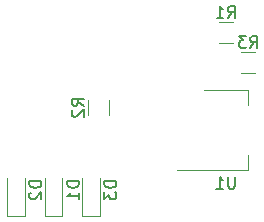
<source format=gbr>
G04 #@! TF.FileFunction,Legend,Bot*
%FSLAX46Y46*%
G04 Gerber Fmt 4.6, Leading zero omitted, Abs format (unit mm)*
G04 Created by KiCad (PCBNEW 4.0.6-e0-6349~52~ubuntu16.10.1) date Mon Nov  6 09:48:41 2017*
%MOMM*%
%LPD*%
G01*
G04 APERTURE LIST*
%ADD10C,0.100000*%
%ADD11C,0.120000*%
%ADD12C,0.150000*%
G04 APERTURE END LIST*
D10*
D11*
X144785000Y-103905000D02*
X144785000Y-105165000D01*
X144785000Y-110725000D02*
X144785000Y-109465000D01*
X141025000Y-103905000D02*
X144785000Y-103905000D01*
X138775000Y-110725000D02*
X144785000Y-110725000D01*
X142275000Y-99940000D02*
X143475000Y-99940000D01*
X143475000Y-98180000D02*
X142275000Y-98180000D01*
X132960000Y-106010000D02*
X132960000Y-104810000D01*
X131200000Y-104810000D02*
X131200000Y-106010000D01*
X144180000Y-102480000D02*
X145380000Y-102480000D01*
X145380000Y-100720000D02*
X144180000Y-100720000D01*
X127520000Y-111395000D02*
X127520000Y-114595000D01*
X129020000Y-114595000D02*
X129020000Y-111395000D01*
X129020000Y-114595000D02*
X127520000Y-114595000D01*
X124345000Y-111395000D02*
X124345000Y-114595000D01*
X125845000Y-114595000D02*
X125845000Y-111395000D01*
X125845000Y-114595000D02*
X124345000Y-114595000D01*
X130695000Y-111395000D02*
X130695000Y-114595000D01*
X132195000Y-114595000D02*
X132195000Y-111395000D01*
X132195000Y-114595000D02*
X130695000Y-114595000D01*
D12*
X143636905Y-111267381D02*
X143636905Y-112076905D01*
X143589286Y-112172143D01*
X143541667Y-112219762D01*
X143446429Y-112267381D01*
X143255952Y-112267381D01*
X143160714Y-112219762D01*
X143113095Y-112172143D01*
X143065476Y-112076905D01*
X143065476Y-111267381D01*
X142065476Y-112267381D02*
X142636905Y-112267381D01*
X142351191Y-112267381D02*
X142351191Y-111267381D01*
X142446429Y-111410238D01*
X142541667Y-111505476D01*
X142636905Y-111553095D01*
X143041666Y-97812381D02*
X143375000Y-97336190D01*
X143613095Y-97812381D02*
X143613095Y-96812381D01*
X143232142Y-96812381D01*
X143136904Y-96860000D01*
X143089285Y-96907619D01*
X143041666Y-97002857D01*
X143041666Y-97145714D01*
X143089285Y-97240952D01*
X143136904Y-97288571D01*
X143232142Y-97336190D01*
X143613095Y-97336190D01*
X142089285Y-97812381D02*
X142660714Y-97812381D01*
X142375000Y-97812381D02*
X142375000Y-96812381D01*
X142470238Y-96955238D01*
X142565476Y-97050476D01*
X142660714Y-97098095D01*
X130832381Y-105243334D02*
X130356190Y-104910000D01*
X130832381Y-104671905D02*
X129832381Y-104671905D01*
X129832381Y-105052858D01*
X129880000Y-105148096D01*
X129927619Y-105195715D01*
X130022857Y-105243334D01*
X130165714Y-105243334D01*
X130260952Y-105195715D01*
X130308571Y-105148096D01*
X130356190Y-105052858D01*
X130356190Y-104671905D01*
X129927619Y-105624286D02*
X129880000Y-105671905D01*
X129832381Y-105767143D01*
X129832381Y-106005239D01*
X129880000Y-106100477D01*
X129927619Y-106148096D01*
X130022857Y-106195715D01*
X130118095Y-106195715D01*
X130260952Y-106148096D01*
X130832381Y-105576667D01*
X130832381Y-106195715D01*
X144946666Y-100352381D02*
X145280000Y-99876190D01*
X145518095Y-100352381D02*
X145518095Y-99352381D01*
X145137142Y-99352381D01*
X145041904Y-99400000D01*
X144994285Y-99447619D01*
X144946666Y-99542857D01*
X144946666Y-99685714D01*
X144994285Y-99780952D01*
X145041904Y-99828571D01*
X145137142Y-99876190D01*
X145518095Y-99876190D01*
X144613333Y-99352381D02*
X143994285Y-99352381D01*
X144327619Y-99733333D01*
X144184761Y-99733333D01*
X144089523Y-99780952D01*
X144041904Y-99828571D01*
X143994285Y-99923810D01*
X143994285Y-100161905D01*
X144041904Y-100257143D01*
X144089523Y-100304762D01*
X144184761Y-100352381D01*
X144470476Y-100352381D01*
X144565714Y-100304762D01*
X144613333Y-100257143D01*
X130422381Y-111656905D02*
X129422381Y-111656905D01*
X129422381Y-111895000D01*
X129470000Y-112037858D01*
X129565238Y-112133096D01*
X129660476Y-112180715D01*
X129850952Y-112228334D01*
X129993810Y-112228334D01*
X130184286Y-112180715D01*
X130279524Y-112133096D01*
X130374762Y-112037858D01*
X130422381Y-111895000D01*
X130422381Y-111656905D01*
X130422381Y-113180715D02*
X130422381Y-112609286D01*
X130422381Y-112895000D02*
X129422381Y-112895000D01*
X129565238Y-112799762D01*
X129660476Y-112704524D01*
X129708095Y-112609286D01*
X127247381Y-111656905D02*
X126247381Y-111656905D01*
X126247381Y-111895000D01*
X126295000Y-112037858D01*
X126390238Y-112133096D01*
X126485476Y-112180715D01*
X126675952Y-112228334D01*
X126818810Y-112228334D01*
X127009286Y-112180715D01*
X127104524Y-112133096D01*
X127199762Y-112037858D01*
X127247381Y-111895000D01*
X127247381Y-111656905D01*
X126342619Y-112609286D02*
X126295000Y-112656905D01*
X126247381Y-112752143D01*
X126247381Y-112990239D01*
X126295000Y-113085477D01*
X126342619Y-113133096D01*
X126437857Y-113180715D01*
X126533095Y-113180715D01*
X126675952Y-113133096D01*
X127247381Y-112561667D01*
X127247381Y-113180715D01*
X133597381Y-111656905D02*
X132597381Y-111656905D01*
X132597381Y-111895000D01*
X132645000Y-112037858D01*
X132740238Y-112133096D01*
X132835476Y-112180715D01*
X133025952Y-112228334D01*
X133168810Y-112228334D01*
X133359286Y-112180715D01*
X133454524Y-112133096D01*
X133549762Y-112037858D01*
X133597381Y-111895000D01*
X133597381Y-111656905D01*
X132597381Y-112561667D02*
X132597381Y-113180715D01*
X132978333Y-112847381D01*
X132978333Y-112990239D01*
X133025952Y-113085477D01*
X133073571Y-113133096D01*
X133168810Y-113180715D01*
X133406905Y-113180715D01*
X133502143Y-113133096D01*
X133549762Y-113085477D01*
X133597381Y-112990239D01*
X133597381Y-112704524D01*
X133549762Y-112609286D01*
X133502143Y-112561667D01*
M02*

</source>
